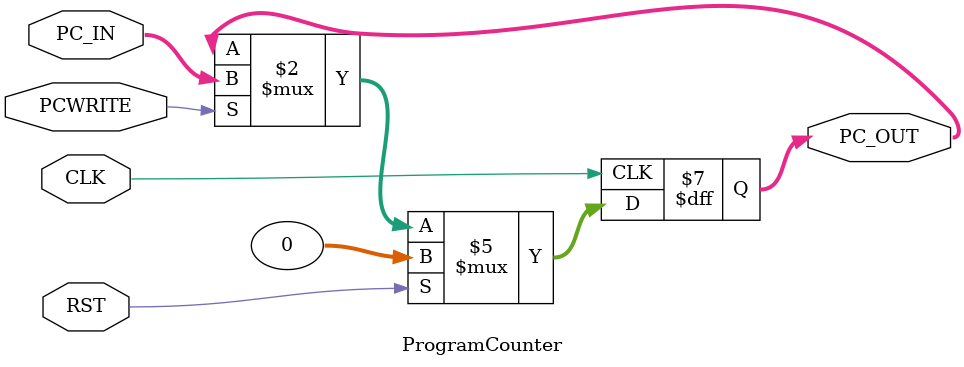
<source format=sv>
`timescale 1ns / 1ps


module ProgramCounter(
    input CLK,
    input [31:0]PC_IN,
    input PCWRITE,
    input RST,
    output logic [31:0]PC_OUT

    );
    
    always_ff@(posedge CLK)
    begin
    if(RST)
        PC_OUT<=32'h0;
    else if(PCWRITE)
        PC_OUT<=PC_IN;
    end
endmodule

</source>
